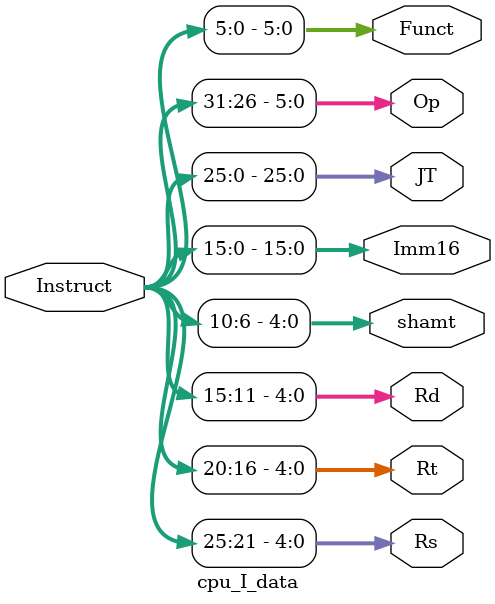
<source format=v>
module cpu_Ctrl(PC31,Instruct,PC,IRQ,JT,Imm16,shamt,Rd,Rt,Rs,ALUFun,PCSrc,RegDst,MemToReg,
                RegWr,ALUSrc1,ALUSrc2,Sign,MemWr,MemRd,EXTOp,LUOp);               
  input[31:0] Instruct;
  input [31:0]PC;
  input IRQ,PC31;
  output[2:0] PCSrc;
  output[1:0] RegDst, MemToReg;
  output[5:0] ALUFun;
  output RegWr,ALUSrc1,ALUSrc2,Sign,MemWr,MemRd,EXTOp,LUOp;
  output[4:0]  Rs, Rt, Rd,shamt;
  output[15:0] Imm16;
  output[25:0] JT;
  wire R,I,J,nop,branch,cmp,wrong_Instruct,ILLOP,XADR;
  wire[5:0] Op, Funct;
  cpu_I_data T(Instruct,Rs,Rt,Rd,JT,Imm16,shamt,Op,Funct);
	Type_check Check(Instruct,R,I,J,Jr,nop,branch,cmp,wrong_Instruct);// instruct type
  assign ILLOP=~PC31&IRQ;
  assign XADR=~PC[31]&wrong_Instruct;//PC[31]=0,wrong enable
  //insruct control
  // PCSrc:000->PC+4 001->branch 010->J 011->Jr 100->ILLOP 101->XADR
  assign PCSrc[0]=(Jr|branch|XADR)&~ILLOP;
  assign PCSrc[1]=(Jr|J)&~ILLOP;
  assign PCSrc[2]=XADR|ILLOP;
  //RegDst:00->R; 01->I; 10:Jal/Jalr; 11->XADR;
  assign RegDst[0]=I|wrong_Instruct;
  assign RegDst[1]=(J&(Op==6'b000011))|wrong_Instruct;
  //RegWr:R/jr&I/branch/sw&Jal
  assign RegWr=(R&(Op!=6'b001000))|(I&~branch&~MemWr)|(J&Op[0])|XADR;
  //ALUSrc1: sll,srl,sra
  assign ALUSrc1=R&(Funct==6'b000000|Funct==6'b000010|Funct==6'b000011);
  //AlUSrc2:I/branch
  assign ALUSrc2=I&~branch;  
  //ALUfun[5:4]: 00->adder; 01->logic; 10->shift; 11->compare;
  assign ALUFun[5]= ALUSrc1|branch|cmp; //shift,branch,cmp               
  assign ALUFun[4]=(R&Funct[2])|branch|cmp|(I&Op==6'b001100); //logic,compare,andi
  assign ALUFun[3]=(R&(Funct[3:1]==3'b010))|(branch&(Op[1]|Op==6'b000001))|(Op==6'b001100); //and,or,bgtz,blez,bltz,andi
  assign ALUFun[2]=(R&Funct[2]&(Funct[1]^Funct[0]))|((branch|cmp)&(Op[2:1]!=2'b10));//or,xor,bgtz,blez,bltz,slt,slti,sltiu
  assign ALUFun[1]=(R&Funct[2]&(Funct[1]^Funct[0]))|(R&Funct[0]&~Funct[5])|(branch&((Op[2:0]==3'b100)|(Op[2:0]==3'b111))); //or,xor,sra,jalr,beq,bgtz
  assign ALUFun[0]=(R&Funct[1]&(~Funct[2]|Funct[0]))|branch|cmp; //sub,subi,nor,srl,sra,slt,
                                                                           //beq,bne,blez,bgtz,bltz,slt,slti,sltiu                               
  assign Sign=((R&~(Funct==6'b100001|Funct==6'b100101|Funct==6'b101011))|(I&~(Op==6'b001001|Op==6'b001011))|J|nop); //addu,subu,sltu,addiu,sltiu
  assign MemRd=(Op==6'b100011); //lw
  assign MemWr=(Op==6'b101011);  //sw
  //MemToReg: 00->ALU; 01->Load; 10: jal,jalr,XADR;
  assign MemToReg[0]=MemRd;  
  assign MemToReg[1]=((J&Op==6'b000011)|(Jr&Funct==6'b001001)|XADR); 
  assign EXTOp=Sign;
  assign LUOp=(I&(Op==6'b001111)); //lui
endmodule

module Type_check(Instruct,R,I,J,Jr,nop,branch,cmp,wrong_Instruct);//??????
  input [31:0]Instruct;
  output R,I,J,nop,Jr,branch,cmp,wrong_Instruct;
  wire[5:0] Op, Funct;
  wire[4:0]  Rs, Rt, Rd,shamt;
  wire[15:0] Imm16;
  wire[25:0] JT;
  cpu_I_data T(Instruct,Rs,Rt,Rd,JT,Imm16,shamt,Op,Funct);
  
  assign nop=(Instruct==32'b0);
  assign R=(~nop)&(Op==6'b0)&(
         (shamt==5'b0&(Funct[5:3]==3'b100|Funct[5:1]==5'b10101))//add,addu,sub,subu,and,or,xor,nor,slt,sltu
         |(Funct==6'b000000|Funct==6'b000010|Funct==6'b000011)//sll,srl,sra 
         |(Rt==5'b0&Rd==5'b0&shamt==5'b0&Funct==6'b001000)//jr
         |(Rt==5'b0&shamt==5'b0&Funct==6'b001001));//jalr
         
  assign I=((Rs==5'b0&&Op==6'b001111) //lui
            |(Op==6'b001000|Op==6'b001001|Op==6'b001010|Op==6'b001011|Op==6'b001100)//addi,addiu,andi,slti,sltiu
            |(Op==6'b100011|Op==6'b101011) //lw,sw
            |(Op==6'b000100|Op==6'b000101)//beq,bne
            |((Rt==5'b0)&(Op==6'b000111|Op==6'b000110|Op==6'b000001)));//bgtz,blez,bltz
            
  assign J=(Op[5:1]==5'b00001);////j,jal
  
  assign branch=(Op==6'b000100|Op==6'b000101)|//beq,bne
         ((Rt==5'b0)&(Op==6'b000111|Op==6'b000110|Op==6'b000001));//bgtz,blez,bltz
         
  assign Jr=((Op==6'b000000&Rt==5'b0&Rd==5'b0&shamt==5'b0&Funct==6'b001000)//jr
         |(Op==6'b000000&Rt==5'b0&shamt==5'b0&Funct==6'b001001));//jalr
         
  assign wrong_Instruct =~(R |I |J |nop);
  
  assign cmp=(R&Funct[5:1]==5'b10101)|(I&Op[5:1]==5'b00101);  //slt,slti,sltiu,sltu
endmodule

module cpu_I_data(Instruct,Rs,Rt,Rd,JT,Imm16,shamt,Op,Funct);
  input[31:0] Instruct;
  output[4:0]  Rs, Rt, Rd,shamt;
  output[15:0] Imm16;
  output[25:0] JT;
  output[5:0] Op,Funct;
  assign Rs=Instruct[25:21];    //R_Type,I_Type
  assign Rt=Instruct[20:16];    //R_Type,I_Type
  assign Rd=Instruct[15:11];    //R_Type
  assign shamt=Instruct[10:6];  //R_Type
  assign Funct=Instruct[5:0];   //R_Type
  assign Imm16=Instruct[15:0];  //I_type
  assign JT=Instruct[25:0];     //J_Type
  assign Op=Instruct[31:26];    //R_Type,I_Type,J_Type
  assign Funct=Instruct[5:0];   //R_Type
endmodule




</source>
